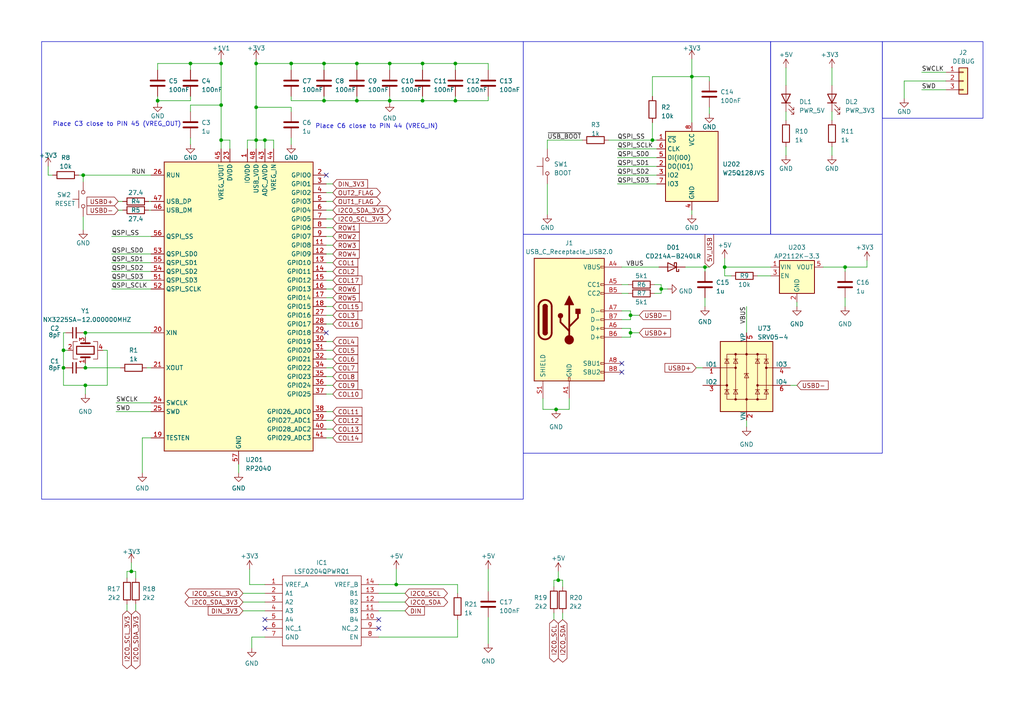
<source format=kicad_sch>
(kicad_sch (version 20230121) (generator eeschema)
  (paper "A4")
  (lib_symbols
    (symbol "Connector:USB_C_Receptacle_USB2.0" (pin_names (offset 1.016))
      (property "Reference" "J" (at -10.16 19.05 0))
      (property "Value" "USB_C_Receptacle_USB2.0" (at 19.05 19.05 0))
      (symbol "USB_C_Receptacle_USB2.0_1_1"
        (pin passive line (at 0 -22.86 90) (length 5.08) (name "GND") (number "A1"))
        (pin passive line (at 0 -22.86 90) (length 5.08) hide (name "GND") (number "A12"))
        (pin passive line (at 15.24 15.24 180) (length 5.08) (name "VBUS") (number "A4"))
        (pin bidirectional line (at 15.24 10.16 180) (length 5.08) (name "CC1") (number "A5"))
        (pin bidirectional line (at 15.24 -2.54 180) (length 5.08) (name "D+") (number "A6"))
        (pin bidirectional line (at 15.24 2.54 180) (length 5.08) (name "D-") (number "A7"))
        (pin bidirectional line (at 15.24 -12.7 180) (length 5.08) (name "SBU1") (number "A8"))
        (pin passive line (at 15.24 15.24 180) (length 5.08) hide (name "VBUS") (number "A9"))
        (pin passive line (at 0 -22.86 90) (length 5.08) hide (name "GND") (number "B1"))
        (pin passive line (at 0 -22.86 90) (length 5.08) hide (name "GND") (number "B12"))
        (pin passive line (at 15.24 15.24 180) (length 5.08) hide (name "VBUS") (number "B4"))
        (pin bidirectional line (at 15.24 7.62 180) (length 5.08) (name "CC2") (number "B5"))
        (pin bidirectional line (at 15.24 -5.08 180) (length 5.08) (name "D+") (number "B6"))
        (pin bidirectional line (at 15.24 0 180) (length 5.08) (name "D-") (number "B7"))
        (pin bidirectional line (at 15.24 -15.24 180) (length 5.08) (name "SBU2") (number "B8"))
        (pin passive line (at 15.24 15.24 180) (length 5.08) hide (name "VBUS") (number "B9"))
        (pin passive line (at -7.62 -22.86 90) (length 5.08) (name "SHIELD") (number "S1"))
      )
    )
    (symbol "Connector_Generic:Conn_01x03" (pin_names (offset 1.016) hide)
      (property "Reference" "J" (at 0 5.08 0))
      (property "Value" "Conn_01x03" (at 0 -5.08 0))
      (symbol "Conn_01x03_1_1"
        (pin passive line (at -5.08 2.54 0) (length 3.81) (name "Pin_1") (number "1"))
        (pin passive line (at -5.08 0 0) (length 3.81) (name "Pin_2") (number "2"))
        (pin passive line (at -5.08 -2.54 0) (length 3.81) (name "Pin_3") (number "3"))
      )
    )
    (symbol "Device:C" (pin_numbers hide) (pin_names (offset 0.254))
      (property "Reference" "C" (at 0.635 2.54 0))
      (property "Value" "C" (at 0.635 -2.54 0))
      (symbol "C_1_1"
        (pin passive line (at 0 3.81 270) (length 2.794) (name "~") (number "1"))
        (pin passive line (at 0 -3.81 90) (length 2.794) (name "~") (number "2"))
      )
    )
    (symbol "Device:C_Small" (pin_numbers hide) (pin_names (offset 0.254) hide)
      (property "Reference" "C" (at 0.254 1.778 0))
      (property "Value" "C_Small" (at 0.254 -2.032 0))
      (symbol "C_Small_1_1"
        (pin passive line (at 0 2.54 270) (length 2.032) (name "~") (number "1"))
        (pin passive line (at 0 -2.54 90) (length 2.032) (name "~") (number "2"))
      )
    )
    (symbol "Device:Crystal_GND24" (pin_names (offset 1.016) hide)
      (property "Reference" "Y" (at 3.175 5.08 0))
      (property "Value" "Crystal_GND24" (at 3.175 3.175 0))
      (symbol "Crystal_GND24_1_1"
        (pin passive line (at -3.81 0 0) (length 1.27) (name "1") (number "1"))
        (pin passive line (at 0 5.08 270) (length 1.27) (name "2") (number "2"))
        (pin passive line (at 3.81 0 180) (length 1.27) (name "3") (number "3"))
        (pin passive line (at 0 -5.08 90) (length 1.27) (name "4") (number "4"))
      )
    )
    (symbol "Device:D_Schottky" (pin_numbers hide) (pin_names (offset 1.016) hide)
      (property "Reference" "D" (at 0 2.54 0))
      (property "Value" "D_Schottky" (at 0 -2.54 0))
      (symbol "D_Schottky_1_1"
        (pin passive line (at -3.81 0 0) (length 2.54) (name "K") (number "1"))
        (pin passive line (at 3.81 0 180) (length 2.54) (name "A") (number "2"))
      )
    )
    (symbol "Device:LED" (pin_numbers hide) (pin_names (offset 1.016) hide)
      (property "Reference" "D" (at 0 2.54 0))
      (property "Value" "LED" (at 0 -2.54 0))
      (symbol "LED_1_1"
        (pin passive line (at -3.81 0 0) (length 2.54) (name "K") (number "1"))
        (pin passive line (at 3.81 0 180) (length 2.54) (name "A") (number "2"))
      )
    )
    (symbol "Device:R" (pin_numbers hide) (pin_names (offset 0))
      (property "Reference" "R" (at 2.032 0 90))
      (property "Value" "R" (at 0 0 90))
      (symbol "R_1_1"
        (pin passive line (at 0 3.81 270) (length 1.27) (name "~") (number "1"))
        (pin passive line (at 0 -3.81 90) (length 1.27) (name "~") (number "2"))
      )
    )
    (symbol "MCU_RaspberryPi:RP2040"
      (property "Reference" "U" (at 17.78 45.72 0))
      (property "Value" "RP2040" (at 17.78 43.18 0))
      (symbol "RP2040_1_1"
        (pin power_in line (at 2.54 45.72 270) (length 3.81) (name "IOVDD") (number "1"))
        (pin passive line (at 2.54 45.72 270) (length 3.81) hide (name "IOVDD") (number "10"))
        (pin bidirectional line (at 25.4 17.78 180) (length 3.81) (name "GPIO8") (number "11"))
        (pin bidirectional line (at 25.4 15.24 180) (length 3.81) (name "GPIO9") (number "12"))
        (pin bidirectional line (at 25.4 12.7 180) (length 3.81) (name "GPIO10") (number "13"))
        (pin bidirectional line (at 25.4 10.16 180) (length 3.81) (name "GPIO11") (number "14"))
        (pin bidirectional line (at 25.4 7.62 180) (length 3.81) (name "GPIO12") (number "15"))
        (pin bidirectional line (at 25.4 5.08 180) (length 3.81) (name "GPIO13") (number "16"))
        (pin bidirectional line (at 25.4 2.54 180) (length 3.81) (name "GPIO14") (number "17"))
        (pin bidirectional line (at 25.4 0 180) (length 3.81) (name "GPIO15") (number "18"))
        (pin input line (at -25.4 -38.1 0) (length 3.81) (name "TESTEN") (number "19"))
        (pin bidirectional line (at 25.4 38.1 180) (length 3.81) (name "GPIO0") (number "2"))
        (pin input line (at -25.4 -7.62 0) (length 3.81) (name "XIN") (number "20"))
        (pin passive line (at -25.4 -17.78 0) (length 3.81) (name "XOUT") (number "21"))
        (pin passive line (at 2.54 45.72 270) (length 3.81) hide (name "IOVDD") (number "22"))
        (pin power_in line (at -2.54 45.72 270) (length 3.81) (name "DVDD") (number "23"))
        (pin input line (at -25.4 -27.94 0) (length 3.81) (name "SWCLK") (number "24"))
        (pin bidirectional line (at -25.4 -30.48 0) (length 3.81) (name "SWD") (number "25"))
        (pin input line (at -25.4 38.1 0) (length 3.81) (name "RUN") (number "26"))
        (pin bidirectional line (at 25.4 -2.54 180) (length 3.81) (name "GPIO16") (number "27"))
        (pin bidirectional line (at 25.4 -5.08 180) (length 3.81) (name "GPIO17") (number "28"))
        (pin bidirectional line (at 25.4 -7.62 180) (length 3.81) (name "GPIO18") (number "29"))
        (pin bidirectional line (at 25.4 35.56 180) (length 3.81) (name "GPIO1") (number "3"))
        (pin bidirectional line (at 25.4 -10.16 180) (length 3.81) (name "GPIO19") (number "30"))
        (pin bidirectional line (at 25.4 -12.7 180) (length 3.81) (name "GPIO20") (number "31"))
        (pin bidirectional line (at 25.4 -15.24 180) (length 3.81) (name "GPIO21") (number "32"))
        (pin passive line (at 2.54 45.72 270) (length 3.81) hide (name "IOVDD") (number "33"))
        (pin bidirectional line (at 25.4 -17.78 180) (length 3.81) (name "GPIO22") (number "34"))
        (pin bidirectional line (at 25.4 -20.32 180) (length 3.81) (name "GPIO23") (number "35"))
        (pin bidirectional line (at 25.4 -22.86 180) (length 3.81) (name "GPIO24") (number "36"))
        (pin bidirectional line (at 25.4 -25.4 180) (length 3.81) (name "GPIO25") (number "37"))
        (pin bidirectional line (at 25.4 -30.48 180) (length 3.81) (name "GPIO26_ADC0") (number "38"))
        (pin bidirectional line (at 25.4 -33.02 180) (length 3.81) (name "GPIO27_ADC1") (number "39"))
        (pin bidirectional line (at 25.4 33.02 180) (length 3.81) (name "GPIO2") (number "4"))
        (pin bidirectional line (at 25.4 -35.56 180) (length 3.81) (name "GPIO28_ADC2") (number "40"))
        (pin bidirectional line (at 25.4 -38.1 180) (length 3.81) (name "GPIO29_ADC3") (number "41"))
        (pin passive line (at 2.54 45.72 270) (length 3.81) hide (name "IOVDD") (number "42"))
        (pin power_in line (at 7.62 45.72 270) (length 3.81) (name "ADC_AVDD") (number "43"))
        (pin power_in line (at 10.16 45.72 270) (length 3.81) (name "VREG_IN") (number "44"))
        (pin power_out line (at -5.08 45.72 270) (length 3.81) (name "VREG_VOUT") (number "45"))
        (pin bidirectional line (at -25.4 27.94 0) (length 3.81) (name "USB_DM") (number "46"))
        (pin bidirectional line (at -25.4 30.48 0) (length 3.81) (name "USB_DP") (number "47"))
        (pin power_in line (at 5.08 45.72 270) (length 3.81) (name "USB_VDD") (number "48"))
        (pin passive line (at 2.54 45.72 270) (length 3.81) hide (name "IOVDD") (number "49"))
        (pin bidirectional line (at 25.4 30.48 180) (length 3.81) (name "GPIO3") (number "5"))
        (pin passive line (at -2.54 45.72 270) (length 3.81) hide (name "DVDD") (number "50"))
        (pin bidirectional line (at -25.4 7.62 0) (length 3.81) (name "QSPI_SD3") (number "51"))
        (pin output line (at -25.4 5.08 0) (length 3.81) (name "QSPI_SCLK") (number "52"))
        (pin bidirectional line (at -25.4 15.24 0) (length 3.81) (name "QSPI_SD0") (number "53"))
        (pin bidirectional line (at -25.4 10.16 0) (length 3.81) (name "QSPI_SD2") (number "54"))
        (pin bidirectional line (at -25.4 12.7 0) (length 3.81) (name "QSPI_SD1") (number "55"))
        (pin bidirectional line (at -25.4 20.32 0) (length 3.81) (name "QSPI_SS") (number "56"))
        (pin power_in line (at 0 -45.72 90) (length 3.81) (name "GND") (number "57"))
        (pin bidirectional line (at 25.4 27.94 180) (length 3.81) (name "GPIO4") (number "6"))
        (pin bidirectional line (at 25.4 25.4 180) (length 3.81) (name "GPIO5") (number "7"))
        (pin bidirectional line (at 25.4 22.86 180) (length 3.81) (name "GPIO6") (number "8"))
        (pin bidirectional line (at 25.4 20.32 180) (length 3.81) (name "GPIO7") (number "9"))
      )
    )
    (symbol "Memory_Flash:W25Q128JVS"
      (property "Reference" "U" (at -8.89 8.89 0))
      (property "Value" "W25Q128JVS" (at 7.62 8.89 0))
      (symbol "W25Q128JVS_1_1"
        (pin input line (at -10.16 7.62 0) (length 2.54) (name "~{CS}") (number "1"))
        (pin bidirectional line (at -10.16 0 0) (length 2.54) (name "DO(IO1)") (number "2"))
        (pin bidirectional line (at -10.16 -2.54 0) (length 2.54) (name "IO2") (number "3"))
        (pin power_in line (at 0 -12.7 90) (length 2.54) (name "GND") (number "4"))
        (pin bidirectional line (at -10.16 2.54 0) (length 2.54) (name "DI(IO0)") (number "5"))
        (pin input line (at -10.16 5.08 0) (length 2.54) (name "CLK") (number "6"))
        (pin bidirectional line (at -10.16 -5.08 0) (length 2.54) (name "IO3") (number "7"))
        (pin power_in line (at 0 12.7 270) (length 2.54) (name "VCC") (number "8"))
      )
    )
    (symbol "Power_Protection:SRV05-4" (pin_names (offset 0))
      (property "Reference" "U" (at -5.08 11.43 0))
      (property "Value" "SRV05-4" (at 2.54 11.43 0))
      (symbol "SRV05-4_1_1"
        (pin passive line (at -12.7 2.54 0) (length 5.08) (name "IO1") (number "1"))
        (pin passive line (at 0 -12.7 90) (length 2.54) (name "VN") (number "2"))
        (pin passive line (at -12.7 -2.54 0) (length 5.08) (name "IO2") (number "3"))
        (pin passive line (at 12.7 2.54 180) (length 5.08) (name "IO3") (number "4"))
        (pin passive line (at 0 12.7 270) (length 2.54) (name "VP") (number "5"))
        (pin passive line (at 12.7 -2.54 180) (length 5.08) (name "IO4") (number "6"))
      )
    )
    (symbol "Regulator_Linear:AP2112K-3.3" (pin_names (offset 0.254))
      (property "Reference" "U" (at -5.08 5.715 0))
      (property "Value" "AP2112K-3.3" (at 0 5.715 0))
      (symbol "AP2112K-3.3_1_1"
        (pin power_in line (at -7.62 2.54 0) (length 2.54) (name "VIN") (number "1"))
        (pin power_in line (at 0 -7.62 90) (length 2.54) (name "GND") (number "2"))
        (pin input line (at -7.62 0 0) (length 2.54) (name "EN") (number "3"))
        (pin no_connect line (at 5.08 0 180) (length 2.54) hide (name "NC") (number "4"))
        (pin power_out line (at 7.62 2.54 180) (length 2.54) (name "VOUT") (number "5"))
      )
    )
    (symbol "SamacSys_Parts:LSF0204QPWRQ1" (pin_names (offset 0.762))
      (property "Reference" "IC" (at 29.21 7.62 0))
      (property "Value" "LSF0204QPWRQ1" (at 29.21 5.08 0))
      (symbol "LSF0204QPWRQ1_0_0"
        (pin passive line (at 0 0 0) (length 5.08) (name "VREF_A") (number "1"))
        (pin passive line (at 33.02 -10.16 180) (length 5.08) (name "B4") (number "10"))
        (pin passive line (at 33.02 -7.62 180) (length 5.08) (name "B3") (number "11"))
        (pin passive line (at 33.02 -5.08 180) (length 5.08) (name "B2") (number "12"))
        (pin passive line (at 33.02 -2.54 180) (length 5.08) (name "B1") (number "13"))
        (pin passive line (at 33.02 0 180) (length 5.08) (name "VREF_B") (number "14"))
        (pin passive line (at 0 -2.54 0) (length 5.08) (name "A1") (number "2"))
        (pin passive line (at 0 -5.08 0) (length 5.08) (name "A2") (number "3"))
        (pin passive line (at 0 -7.62 0) (length 5.08) (name "A3") (number "4"))
        (pin passive line (at 0 -10.16 0) (length 5.08) (name "A4") (number "5"))
        (pin passive line (at 0 -12.7 0) (length 5.08) (name "NC_1") (number "6"))
        (pin passive line (at 0 -15.24 0) (length 5.08) (name "GND") (number "7"))
        (pin passive line (at 33.02 -15.24 180) (length 5.08) (name "EN") (number "8"))
        (pin passive line (at 33.02 -12.7 180) (length 5.08) (name "NC_2") (number "9"))
      )
    )
    (symbol "Switch:SW_Push" (pin_numbers hide) (pin_names (offset 1.016) hide)
      (property "Reference" "SW" (at 1.27 2.54 0))
      (property "Value" "SW_Push" (at 0 -1.524 0))
      (symbol "SW_Push_0_1"
        (pin passive line (at -5.08 0 0) (length 2.54) (name "1") (number "1"))
        (pin passive line (at 5.08 0 180) (length 2.54) (name "2") (number "2"))
      )
    )
    (symbol "power:+1V1" (power) (pin_names (offset 0))
      (property "Value" "+1V1" (at 0 3.556 0))
      (symbol "+1V1_1_1"
        (pin power_in line (at 0 0 90) (length 0) hide (name "+1V1") (number "1"))
      )
    )
    (symbol "power:+3V3" (power) (pin_names (offset 0))
      (property "Value" "+3V3" (at 0 3.556 0))
      (symbol "+3V3_1_1"
        (pin power_in line (at 0 0 90) (length 0) hide (name "+3V3") (number "1"))
      )
    )
    (symbol "power:+5V" (power) (pin_names (offset 0))
      (property "Value" "+5V" (at 0 3.556 0))
      (symbol "+5V_1_1"
        (pin power_in line (at 0 0 90) (length 0) hide (name "+5V") (number "1"))
      )
    )
    (symbol "power:GND" (power) (pin_names (offset 0))
      (property "Value" "GND" (at 0 -3.81 0))
      (symbol "GND_1_1"
        (pin power_in line (at 0 0 270) (length 0) hide (name "GND") (number "1"))
      )
    )
  )
  (junction (at 64.135 30.48))
  (junction (at 204.47 77.47))
  (junction (at 93.98 29.21))
  (junction (at 18.415 101.6))
  (junction (at 84.455 18.415))
  (junction (at 38.1 165.735))
  (junction (at 24.765 106.68))
  (junction (at 189.23 40.64))
  (junction (at 24.13 50.8))
  (junction (at 182.88 96.52))
  (junction (at 113.03 18.415))
  (junction (at 122.555 18.415))
  (junction (at 161.29 118.745))
  (junction (at 18.415 106.68))
  (junction (at 24.765 96.52))
  (junction (at 200.66 22.225))
  (junction (at 74.295 18.415))
  (junction (at 161.925 168.275))
  (junction (at 76.835 40.64))
  (junction (at 103.505 29.21))
  (junction (at 45.72 29.21))
  (junction (at 132.08 29.21))
  (junction (at 93.98 18.415))
  (junction (at 55.245 18.415))
  (junction (at 182.88 91.44))
  (junction (at 64.135 40.64))
  (junction (at 210.185 77.47))
  (junction (at 114.935 169.545))
  (junction (at 74.295 40.64))
  (junction (at 132.08 18.415))
  (junction (at 103.505 18.415))
  (junction (at 191.77 83.82))
  (junction (at 64.135 18.415))
  (junction (at 74.295 31.115))
  (junction (at 24.765 111.76))
  (junction (at 122.555 29.21))
  (junction (at 113.03 29.21))
  (junction (at 245.11 77.47))
  (no_connect (at 94.615 50.8))
  (no_connect (at 180.34 105.41))
  (no_connect (at 180.34 107.95))
  (no_connect (at 94.615 96.52))
  (no_connect (at 76.835 182.245))
  (no_connect (at 109.855 179.705))
  (no_connect (at 76.835 179.705))
  (no_connect (at 109.855 182.245))
  (wire (pts (xy 103.505 18.415) (xy 103.505 20.32)))
  (wire (pts (xy 109.855 184.785) (xy 132.715 184.785)))
  (wire (pts (xy 180.34 77.47) (xy 191.135 77.47)))
  (wire (pts (xy 29.845 101.6) (xy 31.115 101.6)))
  (wire (pts (xy 189.865 85.09) (xy 191.77 85.09)))
  (wire (pts (xy 132.08 18.415) (xy 132.08 20.32)))
  (wire (pts (xy 42.545 106.68) (xy 43.815 106.68)))
  (wire (pts (xy 241.3 19.685) (xy 241.3 24.765)))
  (wire (pts (xy 157.48 115.57) (xy 157.48 118.745)))
  (wire (pts (xy 163.195 168.275) (xy 161.925 168.275)))
  (wire (pts (xy 245.11 77.47) (xy 245.11 78.74)))
  (wire (pts (xy 33.655 116.84) (xy 43.815 116.84)))
  (wire (pts (xy 36.83 165.735) (xy 38.1 165.735)))
  (wire (pts (xy 19.685 101.6) (xy 18.415 101.6)))
  (wire (pts (xy 55.245 40.005) (xy 55.245 41.91)))
  (wire (pts (xy 94.615 73.66) (xy 96.52 73.66)))
  (wire (pts (xy 69.215 137.16) (xy 69.215 134.62)))
  (wire (pts (xy 182.88 96.52) (xy 185.42 96.52)))
  (wire (pts (xy 201.93 106.68) (xy 203.835 106.68)))
  (wire (pts (xy 84.455 31.115) (xy 74.295 31.115)))
  (wire (pts (xy 113.03 18.415) (xy 113.03 20.32)))
  (wire (pts (xy 205.74 22.225) (xy 200.66 22.225)))
  (wire (pts (xy 74.295 18.415) (xy 74.295 31.115)))
  (wire (pts (xy 31.115 111.76) (xy 24.765 111.76)))
  (wire (pts (xy 160.655 177.8) (xy 160.655 179.705)))
  (wire (pts (xy 182.88 90.17) (xy 180.34 90.17)))
  (wire (pts (xy 94.615 109.22) (xy 96.52 109.22)))
  (wire (pts (xy 24.13 50.8) (xy 43.815 50.8)))
  (wire (pts (xy 19.05 96.52) (xy 18.415 96.52)))
  (wire (pts (xy 94.615 104.14) (xy 96.52 104.14)))
  (wire (pts (xy 66.675 40.64) (xy 66.675 43.18)))
  (wire (pts (xy 84.455 29.21) (xy 93.98 29.21)))
  (wire (pts (xy 45.72 29.21) (xy 55.245 29.21)))
  (wire (pts (xy 227.965 42.545) (xy 227.965 45.085)))
  (wire (pts (xy 76.835 169.545) (xy 72.39 169.545)))
  (wire (pts (xy 182.88 92.71) (xy 182.88 91.44)))
  (wire (pts (xy 39.37 165.735) (xy 38.1 165.735)))
  (wire (pts (xy 113.03 29.21) (xy 122.555 29.21)))
  (wire (pts (xy 93.98 18.415) (xy 93.98 20.32)))
  (wire (pts (xy 43.18 60.96) (xy 43.815 60.96)))
  (wire (pts (xy 94.615 127) (xy 96.52 127)))
  (wire (pts (xy 43.18 58.42) (xy 43.815 58.42)))
  (wire (pts (xy 74.295 31.115) (xy 74.295 40.64)))
  (wire (pts (xy 32.385 83.82) (xy 43.815 83.82)))
  (wire (pts (xy 210.185 80.01) (xy 210.185 77.47)))
  (wire (pts (xy 34.29 58.42) (xy 35.56 58.42)))
  (wire (pts (xy 93.98 18.415) (xy 103.505 18.415)))
  (wire (pts (xy 158.75 53.34) (xy 158.75 62.23)))
  (wire (pts (xy 15.24 50.8) (xy 13.97 50.8)))
  (wire (pts (xy 231.14 87.63) (xy 231.14 88.9)))
  (wire (pts (xy 64.135 30.48) (xy 64.135 40.64)))
  (wire (pts (xy 94.615 124.46) (xy 96.52 124.46)))
  (wire (pts (xy 73.025 184.785) (xy 73.025 187.96)))
  (wire (pts (xy 189.23 27.94) (xy 189.23 22.225)))
  (wire (pts (xy 64.135 40.64) (xy 66.675 40.64)))
  (wire (pts (xy 94.615 106.68) (xy 96.52 106.68)))
  (wire (pts (xy 24.765 111.76) (xy 24.765 114.3)))
  (wire (pts (xy 163.195 170.18) (xy 163.195 168.275)))
  (wire (pts (xy 84.455 18.415) (xy 93.98 18.415)))
  (wire (pts (xy 132.715 169.545) (xy 114.935 169.545)))
  (wire (pts (xy 39.37 167.64) (xy 39.37 165.735)))
  (wire (pts (xy 109.855 174.625) (xy 117.475 174.625)))
  (wire (pts (xy 179.07 50.8) (xy 190.5 50.8)))
  (wire (pts (xy 160.655 168.275) (xy 161.925 168.275)))
  (wire (pts (xy 79.375 40.64) (xy 76.835 40.64)))
  (wire (pts (xy 200.66 22.225) (xy 200.66 35.56)))
  (wire (pts (xy 94.615 93.98) (xy 96.52 93.98)))
  (wire (pts (xy 114.935 165.1) (xy 114.935 169.545)))
  (wire (pts (xy 132.715 172.085) (xy 132.715 169.545)))
  (wire (pts (xy 122.555 18.415) (xy 122.555 20.32)))
  (wire (pts (xy 189.23 40.64) (xy 190.5 40.64)))
  (wire (pts (xy 39.37 175.26) (xy 39.37 177.165)))
  (wire (pts (xy 103.505 29.21) (xy 103.505 27.94)))
  (wire (pts (xy 245.11 86.36) (xy 245.11 88.9)))
  (wire (pts (xy 117.475 177.165) (xy 109.855 177.165)))
  (wire (pts (xy 180.34 92.71) (xy 182.88 92.71)))
  (wire (pts (xy 227.965 19.685) (xy 227.965 24.765)))
  (wire (pts (xy 231.14 111.76) (xy 229.235 111.76)))
  (wire (pts (xy 113.03 29.21) (xy 113.03 27.94)))
  (wire (pts (xy 241.3 42.545) (xy 241.3 45.085)))
  (wire (pts (xy 74.295 17.145) (xy 74.295 18.415)))
  (wire (pts (xy 189.23 35.56) (xy 189.23 40.64)))
  (wire (pts (xy 212.09 80.01) (xy 210.185 80.01)))
  (wire (pts (xy 18.415 106.68) (xy 19.05 106.68)))
  (wire (pts (xy 24.765 106.68) (xy 24.765 105.41)))
  (wire (pts (xy 94.615 66.04) (xy 96.52 66.04)))
  (wire (pts (xy 94.615 55.88) (xy 96.52 55.88)))
  (wire (pts (xy 191.77 83.82) (xy 193.675 83.82)))
  (wire (pts (xy 113.03 18.415) (xy 122.555 18.415)))
  (wire (pts (xy 24.13 50.8) (xy 24.13 52.705)))
  (wire (pts (xy 157.48 118.745) (xy 161.29 118.745)))
  (wire (pts (xy 18.415 96.52) (xy 18.415 101.6)))
  (wire (pts (xy 94.615 88.9) (xy 96.52 88.9)))
  (wire (pts (xy 179.07 48.26) (xy 190.5 48.26)))
  (wire (pts (xy 36.83 167.64) (xy 36.83 165.735)))
  (wire (pts (xy 64.135 17.145) (xy 64.135 18.415)))
  (wire (pts (xy 94.615 78.74) (xy 96.52 78.74)))
  (wire (pts (xy 64.135 18.415) (xy 55.245 18.415)))
  (wire (pts (xy 179.07 45.72) (xy 190.5 45.72)))
  (wire (pts (xy 32.385 78.74) (xy 43.815 78.74)))
  (wire (pts (xy 84.455 40.005) (xy 84.455 41.91)))
  (wire (pts (xy 163.195 177.8) (xy 163.195 179.705)))
  (wire (pts (xy 158.75 40.64) (xy 168.91 40.64)))
  (wire (pts (xy 180.34 97.79) (xy 182.88 97.79)))
  (wire (pts (xy 200.66 60.96) (xy 200.66 62.23)))
  (wire (pts (xy 94.615 63.5) (xy 96.52 63.5)))
  (wire (pts (xy 251.46 77.47) (xy 245.11 77.47)))
  (wire (pts (xy 18.415 101.6) (xy 18.415 106.68)))
  (wire (pts (xy 274.32 23.495) (xy 262.255 23.495)))
  (wire (pts (xy 41.275 127) (xy 41.275 137.16)))
  (wire (pts (xy 96.52 53.34) (xy 94.615 53.34)))
  (wire (pts (xy 55.245 32.385) (xy 55.245 30.48)))
  (wire (pts (xy 182.245 85.09) (xy 180.34 85.09)))
  (wire (pts (xy 34.29 60.96) (xy 35.56 60.96)))
  (wire (pts (xy 13.97 50.8) (xy 13.97 48.26)))
  (wire (pts (xy 204.47 86.36) (xy 204.47 88.9)))
  (wire (pts (xy 262.255 23.495) (xy 262.255 28.575)))
  (wire (pts (xy 32.385 76.2) (xy 43.815 76.2)))
  (wire (pts (xy 70.485 177.165) (xy 76.835 177.165)))
  (wire (pts (xy 158.75 43.18) (xy 158.75 40.64)))
  (wire (pts (xy 113.03 29.21) (xy 113.03 29.845)))
  (wire (pts (xy 45.72 18.415) (xy 55.245 18.415)))
  (wire (pts (xy 122.555 18.415) (xy 132.08 18.415)))
  (wire (pts (xy 24.13 106.68) (xy 24.765 106.68)))
  (wire (pts (xy 34.925 106.68) (xy 24.765 106.68)))
  (wire (pts (xy 55.245 30.48) (xy 64.135 30.48)))
  (wire (pts (xy 109.855 172.085) (xy 117.475 172.085)))
  (wire (pts (xy 76.835 40.64) (xy 74.295 40.64)))
  (wire (pts (xy 64.135 43.18) (xy 64.135 40.64)))
  (wire (pts (xy 141.605 29.21) (xy 141.605 27.94)))
  (wire (pts (xy 24.765 96.52) (xy 43.815 96.52)))
  (wire (pts (xy 33.655 119.38) (xy 43.815 119.38)))
  (wire (pts (xy 94.615 83.82) (xy 96.52 83.82)))
  (wire (pts (xy 43.815 127) (xy 41.275 127)))
  (wire (pts (xy 251.46 75.565) (xy 251.46 77.47)))
  (wire (pts (xy 191.77 85.09) (xy 191.77 83.82)))
  (wire (pts (xy 210.185 77.47) (xy 223.52 77.47)))
  (wire (pts (xy 24.13 96.52) (xy 24.765 96.52)))
  (wire (pts (xy 31.115 101.6) (xy 31.115 111.76)))
  (wire (pts (xy 227.965 32.385) (xy 227.965 34.925)))
  (wire (pts (xy 79.375 43.18) (xy 79.375 40.64)))
  (wire (pts (xy 71.755 43.18) (xy 71.755 40.64)))
  (wire (pts (xy 76.835 43.18) (xy 76.835 40.64)))
  (wire (pts (xy 210.185 74.93) (xy 210.185 77.47)))
  (wire (pts (xy 24.13 62.865) (xy 24.13 66.675)))
  (wire (pts (xy 94.615 86.36) (xy 96.52 86.36)))
  (wire (pts (xy 238.76 77.47) (xy 245.11 77.47)))
  (wire (pts (xy 132.08 18.415) (xy 141.605 18.415)))
  (wire (pts (xy 179.07 43.18) (xy 190.5 43.18)))
  (wire (pts (xy 103.505 29.21) (xy 113.03 29.21)))
  (wire (pts (xy 204.47 77.47) (xy 204.47 78.74)))
  (wire (pts (xy 122.555 29.21) (xy 132.08 29.21)))
  (wire (pts (xy 76.835 184.785) (xy 73.025 184.785)))
  (wire (pts (xy 45.72 20.32) (xy 45.72 18.415)))
  (wire (pts (xy 84.455 18.415) (xy 84.455 20.32)))
  (wire (pts (xy 94.615 121.92) (xy 96.52 121.92)))
  (wire (pts (xy 36.83 175.26) (xy 36.83 177.165)))
  (wire (pts (xy 70.485 174.625) (xy 76.835 174.625)))
  (wire (pts (xy 93.98 29.21) (xy 103.505 29.21)))
  (wire (pts (xy 216.535 88.9) (xy 216.535 96.52)))
  (wire (pts (xy 191.77 82.55) (xy 191.77 83.82)))
  (wire (pts (xy 141.605 179.07) (xy 141.605 186.69)))
  (wire (pts (xy 241.3 32.385) (xy 241.3 34.925)))
  (wire (pts (xy 64.135 18.415) (xy 64.135 30.48)))
  (wire (pts (xy 45.72 29.21) (xy 45.72 29.845)))
  (wire (pts (xy 132.08 29.21) (xy 132.08 27.94)))
  (wire (pts (xy 182.88 95.25) (xy 180.34 95.25)))
  (wire (pts (xy 109.855 169.545) (xy 114.935 169.545)))
  (wire (pts (xy 182.245 82.55) (xy 180.34 82.55)))
  (wire (pts (xy 267.335 20.955) (xy 274.32 20.955)))
  (wire (pts (xy 267.335 26.035) (xy 274.32 26.035)))
  (wire (pts (xy 182.88 97.79) (xy 182.88 96.52)))
  (wire (pts (xy 32.385 73.66) (xy 43.815 73.66)))
  (wire (pts (xy 94.615 76.2) (xy 96.52 76.2)))
  (wire (pts (xy 55.245 27.94) (xy 55.245 29.21)))
  (wire (pts (xy 94.615 68.58) (xy 96.52 68.58)))
  (wire (pts (xy 205.74 23.495) (xy 205.74 22.225)))
  (wire (pts (xy 22.86 50.8) (xy 24.13 50.8)))
  (wire (pts (xy 45.72 27.94) (xy 45.72 29.21)))
  (wire (pts (xy 200.66 17.145) (xy 200.66 22.225)))
  (wire (pts (xy 103.505 18.415) (xy 113.03 18.415)))
  (wire (pts (xy 216.535 121.92) (xy 216.535 123.825)))
  (wire (pts (xy 198.755 77.47) (xy 204.47 77.47)))
  (wire (pts (xy 38.1 165.735) (xy 38.1 163.195)))
  (wire (pts (xy 189.23 22.225) (xy 200.66 22.225)))
  (wire (pts (xy 94.615 60.96) (xy 96.52 60.96)))
  (wire (pts (xy 55.245 20.32) (xy 55.245 18.415)))
  (wire (pts (xy 94.615 101.6) (xy 96.52 101.6)))
  (wire (pts (xy 165.1 115.57) (xy 165.1 118.745)))
  (wire (pts (xy 141.605 165.1) (xy 141.605 171.45)))
  (wire (pts (xy 71.755 40.64) (xy 74.295 40.64)))
  (wire (pts (xy 161.925 168.275) (xy 161.925 165.735)))
  (wire (pts (xy 219.71 80.01) (xy 223.52 80.01)))
  (wire (pts (xy 182.88 96.52) (xy 182.88 95.25)))
  (wire (pts (xy 84.455 29.21) (xy 84.455 27.94)))
  (wire (pts (xy 205.74 31.115) (xy 205.74 33.02)))
  (wire (pts (xy 74.295 18.415) (xy 84.455 18.415)))
  (wire (pts (xy 94.615 114.3) (xy 96.52 114.3)))
  (wire (pts (xy 72.39 169.545) (xy 72.39 165.1)))
  (wire (pts (xy 176.53 40.64) (xy 189.23 40.64)))
  (wire (pts (xy 94.615 71.12) (xy 96.52 71.12)))
  (wire (pts (xy 182.88 91.44) (xy 185.42 91.44)))
  (wire (pts (xy 70.485 172.085) (xy 76.835 172.085)))
  (wire (pts (xy 141.605 18.415) (xy 141.605 20.32)))
  (wire (pts (xy 94.615 81.28) (xy 96.52 81.28)))
  (wire (pts (xy 94.615 119.38) (xy 96.52 119.38)))
  (wire (pts (xy 93.98 29.21) (xy 93.98 27.94)))
  (wire (pts (xy 132.715 184.785) (xy 132.715 179.705)))
  (wire (pts (xy 160.655 170.18) (xy 160.655 168.275)))
  (wire (pts (xy 94.615 99.06) (xy 96.52 99.06)))
  (wire (pts (xy 182.88 91.44) (xy 182.88 90.17)))
  (wire (pts (xy 204.47 77.47) (xy 205.74 77.47)))
  (wire (pts (xy 18.415 106.68) (xy 18.415 111.76)))
  (wire (pts (xy 94.615 111.76) (xy 96.52 111.76)))
  (wire (pts (xy 189.865 82.55) (xy 191.77 82.55)))
  (wire (pts (xy 96.52 58.42) (xy 94.615 58.42)))
  (wire (pts (xy 74.295 40.64) (xy 74.295 43.18)))
  (wire (pts (xy 165.1 118.745) (xy 161.29 118.745)))
  (wire (pts (xy 32.385 81.28) (xy 43.815 81.28)))
  (wire (pts (xy 18.415 111.76) (xy 24.765 111.76)))
  (wire (pts (xy 24.765 97.79) (xy 24.765 96.52)))
  (wire (pts (xy 122.555 27.94) (xy 122.555 29.21)))
  (wire (pts (xy 94.615 91.44) (xy 96.52 91.44)))
  (wire (pts (xy 179.07 53.34) (xy 190.5 53.34)))
  (wire (pts (xy 84.455 32.385) (xy 84.455 31.115)))
  (wire (pts (xy 132.08 29.21) (xy 141.605 29.21)))
  (wire (pts (xy 32.385 68.58) (xy 43.815 68.58)))
  (rectangle (start 12.065 12.065) (end 151.765 144.78))
  (rectangle (start 255.905 12.065) (end 285.115 34.29))
  (rectangle (start 223.52 12.065) (end 255.905 67.945))
  (rectangle (start 151.765 67.945) (end 255.905 131.445))
  (rectangle (start 151.765 12.065) (end 223.52 67.945))
  (text "Place C6 close to PIN 44 (VREG_IN)" (at 91.44 37.465 0) (effects (font (size 1.27 1.27)) (justify left bottom)))
  (text "Place C3 close to PIN 45 (VREG_OUT)" (at 15.24 36.83 0) (effects (font (size 1.27 1.27)) (justify left bottom)))
  (label "QSPI_SCLK" (at 179.07 43.18 0))
  (label "VBUS" (at 216.535 93.98 90))
  (label "VBUS" (at 181.61 77.47 0))
  (label "SWD" (at 267.335 26.035 0))
  (label "QSPI_SD3" (at 179.07 53.34 0))
  (label "QSPI_SD1" (at 32.385 76.2 0))
  (label "QSPI_SD2" (at 32.385 78.74 0))
  (label "QSPI_SD0" (at 179.07 45.72 0))
  (label "QSPI_SD3" (at 32.385 81.28 0))
  (label "QSPI_SS" (at 179.07 40.64 0))
  (label "~{USB_BOOT}" (at 158.75 40.64 0))
  (label "QSPI_SD0" (at 32.385 73.66 0))
  (label "QSPI_SS" (at 32.385 68.58 0))
  (label "QSPI_SD1" (at 179.07 48.26 0))
  (label "SWD" (at 33.655 119.38 0))
  (label "SWCLK" (at 33.655 116.84 0))
  (label "QSPI_SD2" (at 179.07 50.8 0))
  (label "RUN" (at 38.1 50.8 0))
  (label "QSPI_SCLK" (at 32.385 83.82 0))
  (label "SWCLK" (at 267.335 20.955 0))
  (global_label "DIN_3V3" (shape input) (at 96.52 53.34 0) (property "Intersheetrefs" "${INTERSHEET_REFS}" (effects hide)))
  (global_label "OUT2_FLAG" (shape bidirectional) (at 96.52 55.88 0) (property "Intersheetrefs" "${INTERSHEET_REFS}" (effects hide)))
  (global_label "ROW5" (shape input) (at 96.52 86.36 0) (property "Intersheetrefs" "${INTERSHEET_REFS}" (effects hide)))
  (global_label "COL12" (shape input) (at 96.52 121.92 0) (property "Intersheetrefs" "${INTERSHEET_REFS}" (effects hide)))
  (global_label "COL1" (shape input) (at 96.52 76.2 0) (property "Intersheetrefs" "${INTERSHEET_REFS}" (effects hide)))
  (global_label "I2C0_SCL" (shape bidirectional) (at 117.475 172.085 0) (property "Intersheetrefs" "${INTERSHEET_REFS}" (effects hide)))
  (global_label "COL6" (shape input) (at 96.52 104.14 0) (property "Intersheetrefs" "${INTERSHEET_REFS}" (effects hide)))
  (global_label "COL9" (shape input) (at 96.52 111.76 0) (property "Intersheetrefs" "${INTERSHEET_REFS}" (effects hide)))
  (global_label "DIN" (shape input) (at 117.475 177.165 0) (property "Intersheetrefs" "${INTERSHEET_REFS}" (effects hide)))
  (global_label "COL13" (shape input) (at 96.52 124.46 0) (property "Intersheetrefs" "${INTERSHEET_REFS}" (effects hide)))
  (global_label "ROW4" (shape input) (at 96.52 73.66 0) (property "Intersheetrefs" "${INTERSHEET_REFS}" (effects hide)))
  (global_label "USBD+" (shape input) (at 34.29 58.42 180) (property "Intersheetrefs" "${INTERSHEET_REFS}" (effects hide)) (property "Netclass" "USB90" (effects hide)))
  (global_label "USBD-" (shape input) (at 34.29 60.96 180) (property "Intersheetrefs" "${INTERSHEET_REFS}" (effects hide)) (property "Netclass" "USB90" (effects hide)))
  (global_label "COL2" (shape input) (at 96.52 78.74 0) (property "Intersheetrefs" "${INTERSHEET_REFS}" (effects hide)))
  (global_label "COL10" (shape input) (at 96.52 114.3 0) (property "Intersheetrefs" "${INTERSHEET_REFS}" (effects hide)))
  (global_label "COL16" (shape input) (at 96.52 93.98 0) (property "Intersheetrefs" "${INTERSHEET_REFS}" (effects hide)))
  (global_label "COL4" (shape input) (at 96.52 99.06 0) (property "Intersheetrefs" "${INTERSHEET_REFS}" (effects hide)))
  (global_label "COL15" (shape input) (at 96.52 88.9 0) (property "Intersheetrefs" "${INTERSHEET_REFS}" (effects hide)))
  (global_label "I2C0_SDA" (shape bidirectional) (at 163.195 179.705 270) (property "Intersheetrefs" "${INTERSHEET_REFS}" (effects hide)))
  (global_label "ROW1" (shape input) (at 96.52 66.04 0) (property "Intersheetrefs" "${INTERSHEET_REFS}" (effects hide)))
  (global_label "COL17" (shape input) (at 96.52 81.28 0) (property "Intersheetrefs" "${INTERSHEET_REFS}" (effects hide)))
  (global_label "DIN_3V3" (shape input) (at 70.485 177.165 180) (property "Intersheetrefs" "${INTERSHEET_REFS}" (effects hide)))
  (global_label "I2C0_SDA_3V3" (shape bidirectional) (at 70.485 174.625 180) (property "Intersheetrefs" "${INTERSHEET_REFS}" (effects hide)))
  (global_label "ROW2" (shape input) (at 96.52 68.58 0) (property "Intersheetrefs" "${INTERSHEET_REFS}" (effects hide)))
  (global_label "USBD-" (shape input) (at 185.42 91.44 0) (property "Intersheetrefs" "${INTERSHEET_REFS}" (effects hide)) (property "Netclass" "USB90" (effects hide)))
  (global_label "COL3" (shape input) (at 96.52 91.44 0) (property "Intersheetrefs" "${INTERSHEET_REFS}" (effects hide)))
  (global_label "COL14" (shape input) (at 96.52 127 0) (property "Intersheetrefs" "${INTERSHEET_REFS}" (effects hide)))
  (global_label "I2C0_SCL_3V3" (shape bidirectional) (at 96.52 63.5 0) (property "Intersheetrefs" "${INTERSHEET_REFS}" (effects hide)))
  (global_label "I2C0_SDA_3V3" (shape bidirectional) (at 96.52 60.96 0) (property "Intersheetrefs" "${INTERSHEET_REFS}" (effects hide)))
  (global_label "ROW3" (shape input) (at 96.52 71.12 0) (property "Intersheetrefs" "${INTERSHEET_REFS}" (effects hide)))
  (global_label "I2C0_SCL_3V3" (shape bidirectional) (at 36.83 177.165 270) (property "Intersheetrefs" "${INTERSHEET_REFS}" (effects hide)))
  (global_label "5V_USB" (shape input) (at 205.74 77.47 90) (property "Intersheetrefs" "${INTERSHEET_REFS}" (effects hide)))
  (global_label "I2C0_SCL_3V3" (shape bidirectional) (at 70.485 172.085 180) (property "Intersheetrefs" "${INTERSHEET_REFS}" (effects hide)))
  (global_label "I2C0_SDA" (shape bidirectional) (at 117.475 174.625 0) (property "Intersheetrefs" "${INTERSHEET_REFS}" (effects hide)))
  (global_label "USBD+" (shape input) (at 201.93 106.68 180) (property "Intersheetrefs" "${INTERSHEET_REFS}" (effects hide)) (property "Netclass" "USB90" (effects hide)))
  (global_label "I2C0_SDA_3V3" (shape bidirectional) (at 39.37 177.165 270) (property "Intersheetrefs" "${INTERSHEET_REFS}" (effects hide)))
  (global_label "COL7" (shape input) (at 96.52 106.68 0) (property "Intersheetrefs" "${INTERSHEET_REFS}" (effects hide)))
  (global_label "COL8" (shape input) (at 96.52 109.22 0) (property "Intersheetrefs" "${INTERSHEET_REFS}" (effects hide)))
  (global_label "COL11" (shape input) (at 96.52 119.38 0) (property "Intersheetrefs" "${INTERSHEET_REFS}" (effects hide)))
  (global_label "OUT1_FLAG" (shape bidirectional) (at 96.52 58.42 0) (property "Intersheetrefs" "${INTERSHEET_REFS}" (effects hide)))
  (global_label "ROW6" (shape input) (at 96.52 83.82 0) (property "Intersheetrefs" "${INTERSHEET_REFS}" (effects hide)))
  (global_label "I2C0_SCL" (shape bidirectional) (at 160.655 179.705 270) (property "Intersheetrefs" "${INTERSHEET_REFS}" (effects hide)))
  (global_label "USBD-" (shape input) (at 231.14 111.76 0) (property "Intersheetrefs" "${INTERSHEET_REFS}" (effects hide)) (property "Netclass" "USB90" (effects hide)))
  (global_label "COL5" (shape input) (at 96.52 101.6 0) (property "Intersheetrefs" "${INTERSHEET_REFS}" (effects hide)))
  (global_label "USBD+" (shape input) (at 185.42 96.52 0) (property "Intersheetrefs" "${INTERSHEET_REFS}" (effects hide)) (property "Netclass" "USB90" (effects hide)))
  (symbol (lib_id "power:+3V3") (at 38.1 163.195 0) (unit 1)
    (property "Reference" "#PWR071" (effects hide))
    (property "Value" "+3V3" (at 38.1 160.02 0))
  )
  (symbol (lib_id "power:GND") (at 262.255 28.575 0) (unit 1)
    (property "Reference" "#PWR023" (effects hide))
    (property "Value" "GND" (at 262.255 32.385 0))
  )
  (symbol (lib_id "power:+5V") (at 114.935 165.1 0) (unit 1)
    (property "Reference" "#PWR077" (effects hide))
    (property "Value" "+5V" (at 114.935 161.29 0))
  )
  (symbol (lib_id "power:GND") (at 41.275 137.16 0) (unit 1)
    (property "Reference" "#PWR09" (effects hide))
    (property "Value" "GND" (at 41.275 141.605 0))
  )
  (symbol (lib_id "Device:C") (at 113.03 24.13 0) (unit 1)
    (property "Reference" "C10" (at 116.205 23.495 0) (effects (justify left)))
    (property "Value" "100nF" (at 116.205 26.035 0) (effects (justify left)))
    (property "Footprint" "Capacitor_SMD:C_0603_1608Metric" (effects hide))
  )
  (symbol (lib_id "power:+3V3") (at 200.66 17.145 0) (unit 1)
    (property "Reference" "#PWR06" (effects hide))
    (property "Value" "+3V3" (at 200.66 13.97 0))
  )
  (symbol (lib_id "power:+3V3") (at 241.3 19.685 0) (unit 1)
    (property "Reference" "#PWR018" (effects hide))
    (property "Value" "+3V3" (at 240.665 15.875 0))
  )
  (symbol (lib_id "power:GND") (at 24.13 66.675 0) (unit 1)
    (property "Reference" "#PWR022" (effects hide))
    (property "Value" "GND" (at 24.13 70.485 0))
  )
  (symbol (lib_id "power:GND") (at 141.605 186.69 0) (unit 1)
    (property "Reference" "#PWR089" (effects hide))
    (property "Value" "GND" (at 141.605 191.77 0))
  )
  (symbol (lib_id "power:GND") (at 55.245 41.91 0) (unit 1)
    (property "Reference" "#PWR02" (effects hide))
    (property "Value" "GND" (at 55.245 45.72 0))
  )
  (symbol (lib_id "Device:R") (at 186.055 82.55 90) (unit 1)
    (property "Reference" "R6" (at 186.055 82.55 90))
    (property "Value" "5k1" (at 186.055 80.01 90))
    (property "Footprint" "Resistor_SMD:R_0603_1608Metric" (effects hide))
  )
  (symbol (lib_id "power:GND") (at 161.29 118.745 0) (unit 1)
    (property "Reference" "#PWR013" (effects hide))
    (property "Value" "GND" (at 161.29 123.825 0))
  )
  (symbol (lib_id "Device:R") (at 227.965 38.735 0) (unit 1)
    (property "Reference" "R10" (at 230.505 38.1 0) (effects (justify left)))
    (property "Value" "1k" (at 230.505 40.64 0) (effects (justify left)))
    (property "Footprint" "Resistor_SMD:R_0603_1608Metric" (effects hide))
  )
  (symbol (lib_id "power:+5V") (at 141.605 165.1 0) (unit 1)
    (property "Reference" "#PWR086" (effects hide))
    (property "Value" "+5V" (at 141.605 161.29 0))
  )
  (symbol (lib_id "Device:C_Small") (at 21.59 106.68 90) (unit 1)
    (property "Reference" "C1" (at 15.875 104.775 90))
    (property "Value" "8pF" (at 15.875 106.68 90))
    (property "Footprint" "Capacitor_SMD:C_0603_1608Metric" (effects hide))
  )
  (symbol (lib_id "Device:C") (at 204.47 82.55 0) (unit 1)
    (property "Reference" "C15" (at 207.645 81.915 0) (effects (justify left)))
    (property "Value" "1u" (at 207.645 84.455 0) (effects (justify left)))
    (property "Footprint" "Capacitor_SMD:C_0603_1608Metric" (effects hide))
  )
  (symbol (lib_id "power:+3V3") (at 13.97 48.26 0) (unit 1)
    (property "Reference" "#PWR014" (effects hide))
    (property "Value" "+3V3" (at 13.97 45.085 0))
  )
  (symbol (lib_id "power:GND") (at 158.75 62.23 0) (unit 1)
    (property "Reference" "#PWR08" (effects hide))
    (property "Value" "GND" (at 158.75 66.04 0))
  )
  (symbol (lib_id "Device:R") (at 19.05 50.8 90) (unit 1)
    (property "Reference" "R8" (at 19.05 45.72 90))
    (property "Value" "10k" (at 19.05 48.26 90))
    (property "Footprint" "Resistor_SMD:R_0603_1608Metric" (effects hide))
  )
  (symbol (lib_id "Power_Protection:SRV05-4") (at 216.535 109.22 0) (unit 1)
    (property "Reference" "U73" (at 219.6847 95.25 0) (effects (justify left)))
    (property "Value" "SRV05-4" (at 219.6847 97.79 0) (effects (justify left)))
    (property "Footprint" "Package_TO_SOT_SMD:SOT-23-6" (effects hide))
    (property "Datasheet" "http://www.onsemi.com/pub/Collateral/SRV05-4-D.PDF" (effects hide))
  )
  (symbol (lib_id "power:+5V") (at 227.965 19.685 0) (unit 1)
    (property "Reference" "#PWR025" (effects hide))
    (property "Value" "+5V" (at 227.965 15.875 0))
  )
  (symbol (lib_id "power:GND") (at 24.765 114.3 0) (unit 1)
    (property "Reference" "#PWR01" (effects hide))
    (property "Value" "GND" (at 24.765 119.38 0))
  )
  (symbol (lib_id "power:+5V") (at 161.925 165.735 0) (unit 1)
    (property "Reference" "#PWR080" (effects hide))
    (property "Value" "+5V" (at 161.925 161.925 0))
  )
  (symbol (lib_id "power:GND") (at 45.72 29.845 0) (unit 1)
    (property "Reference" "#PWR053" (effects hide))
    (property "Value" "GND" (at 45.72 33.655 0))
  )
  (symbol (lib_id "power:+3V3") (at 74.295 17.145 0) (unit 1)
    (property "Reference" "#PWR05" (effects hide))
    (property "Value" "+3V3" (at 74.295 13.97 0))
  )
  (symbol (lib_id "Memory_Flash:W25Q128JVS") (at 200.66 48.26 0) (unit 1)
    (property "Reference" "U202" (at 209.55 47.625 0) (effects (justify left)))
    (property "Value" "W25Q128JVS" (at 209.55 50.165 0) (effects (justify left)))
    (property "Footprint" "Package_SO:SOIC-8_5.23x5.23mm_P1.27mm" (effects hide))
    (property "Datasheet" "http://www.winbond.com/resource-files/w25q128jv_dtr%20revc%2003272018%20plus.pdf" (effects hide))
  )
  (symbol (lib_id "Device:C") (at 122.555 24.13 0) (unit 1)
    (property "Reference" "C11" (at 125.73 23.495 0) (effects (justify left)))
    (property "Value" "100nF" (at 125.73 26.035 0) (effects (justify left)))
    (property "Footprint" "Capacitor_SMD:C_0603_1608Metric" (effects hide))
  )
  (symbol (lib_id "power:GND") (at 204.47 88.9 0) (unit 1)
    (property "Reference" "#PWR015" (effects hide))
    (property "Value" "GND" (at 204.47 93.345 0))
  )
  (symbol (lib_id "Device:C") (at 141.605 24.13 0) (unit 1)
    (property "Reference" "C13" (at 144.78 23.495 0) (effects (justify left)))
    (property "Value" "100nF" (at 144.78 26.035 0) (effects (justify left)))
    (property "Footprint" "Capacitor_SMD:C_0603_1608Metric" (effects hide))
  )
  (symbol (lib_id "Device:C") (at 55.245 36.195 0) (unit 1)
    (property "Reference" "C3" (at 58.42 35.56 0) (effects (justify left)))
    (property "Value" "1u" (at 58.42 38.1 0) (effects (justify left)))
    (property "Footprint" "Capacitor_SMD:C_0603_1608Metric" (effects hide))
  )
  (symbol (lib_id "power:GND") (at 245.11 88.9 0) (unit 1)
    (property "Reference" "#PWR017" (effects hide))
    (property "Value" "GND" (at 245.11 93.98 0))
  )
  (symbol (lib_id "Device:R") (at 39.37 58.42 90) (unit 1)
    (property "Reference" "R4" (at 39.37 58.42 90))
    (property "Value" "27.4" (at 39.37 55.88 90))
    (property "Footprint" "Resistor_SMD:R_0603_1608Metric" (effects hide))
  )
  (symbol (lib_id "MCU_RaspberryPi:RP2040") (at 69.215 88.9 0) (unit 1)
    (property "Reference" "U201" (at 71.1709 133.35 0) (effects (justify left)))
    (property "Value" "RP2040" (at 71.1709 135.89 0) (effects (justify left)))
    (property "Footprint" "Package_DFN_QFN:QFN-56-1EP_7x7mm_P0.4mm_EP3.2x3.2mm" (effects hide))
    (property "Datasheet" "https://datasheets.raspberrypi.com/rp2040/rp2040-datasheet.pdf" (effects hide))
  )
  (symbol (lib_id "Regulator_Linear:AP2112K-3.3") (at 231.14 80.01 0) (unit 1)
    (property "Reference" "U203" (at 231.14 71.755 0))
    (property "Value" "AP2112K-3.3" (at 231.14 74.295 0))
    (property "Footprint" "Package_TO_SOT_SMD:SOT-23-5" (effects hide))
    (property "Datasheet" "https://www.diodes.com/assets/Datasheets/AP2112.pdf" (effects hide))
  )
  (symbol (lib_id "power:+1V1") (at 64.135 17.145 0) (unit 1)
    (property "Reference" "#PWR03" (effects hide))
    (property "Value" "+1V1" (at 64.135 13.97 0))
  )
  (symbol (lib_id "Connector_Generic:Conn_01x03") (at 279.4 23.495 0) (unit 1)
    (property "Reference" "J2" (at 278.13 15.24 0) (effects (justify left)))
    (property "Value" "DEBUG" (at 276.225 17.78 0) (effects (justify left)))
    (property "Footprint" "Connector_PinHeader_2.54mm:PinHeader_1x03_P2.54mm_Vertical" (effects hide))
  )
  (symbol (lib_id "Device:R") (at 39.37 60.96 90) (unit 1)
    (property "Reference" "R5" (at 39.37 60.96 90))
    (property "Value" "27.4" (at 39.37 63.5 90))
    (property "Footprint" "Resistor_SMD:R_0603_1608Metric" (effects hide))
  )
  (symbol (lib_id "power:GND") (at 241.3 45.085 0) (unit 1)
    (property "Reference" "#PWR020" (effects hide))
    (property "Value" "GND" (at 241.3 48.895 0))
  )
  (symbol (lib_id "Device:C") (at 245.11 82.55 0) (unit 1)
    (property "Reference" "C16" (at 248.285 81.915 0) (effects (justify left)))
    (property "Value" "1u" (at 248.285 84.455 0) (effects (justify left)))
    (property "Footprint" "Capacitor_SMD:C_0603_1608Metric" (effects hide))
  )
  (symbol (lib_id "Device:LED") (at 227.965 28.575 90) (unit 1)
    (property "Reference" "DL1" (at 231.775 29.5275 90) (effects (justify right)))
    (property "Value" "PWR_5V" (at 231.775 32.0675 90) (effects (justify right)))
    (property "Footprint" "Diode_SMD:D_0603_1608Metric" (effects hide))
  )
  (symbol (lib_id "Device:C") (at 132.08 24.13 0) (unit 1)
    (property "Reference" "C12" (at 135.255 23.495 0) (effects (justify left)))
    (property "Value" "100nF" (at 135.255 26.035 0) (effects (justify left)))
    (property "Footprint" "Capacitor_SMD:C_0603_1608Metric" (effects hide))
  )
  (symbol (lib_id "Device:R") (at 186.055 85.09 90) (unit 1)
    (property "Reference" "R7" (at 186.055 85.09 90))
    (property "Value" "5k1" (at 186.055 87.63 90))
    (property "Footprint" "Resistor_SMD:R_0603_1608Metric" (effects hide))
  )
  (symbol (lib_id "Device:R") (at 38.735 106.68 90) (unit 1)
    (property "Reference" "R1" (at 38.735 101.6 90))
    (property "Value" "1k" (at 38.735 104.14 90))
    (property "Footprint" "Resistor_SMD:R_0603_1608Metric" (effects hide))
  )
  (symbol (lib_id "power:GND") (at 200.66 62.23 0) (unit 1)
    (property "Reference" "#PWR011" (effects hide))
    (property "Value" "GND" (at 200.66 66.04 0))
  )
  (symbol (lib_id "Device:R") (at 132.715 175.895 0) (unit 1)
    (property "Reference" "R21" (at 134.62 175.26 0) (effects (justify left)))
    (property "Value" "1k" (at 134.62 177.8 0) (effects (justify left)))
    (property "Footprint" "Resistor_SMD:R_0603_1608Metric" (effects hide))
  )
  (symbol (lib_id "Device:R") (at 241.3 38.735 0) (unit 1)
    (property "Reference" "R11" (at 243.84 38.1 0) (effects (justify left)))
    (property "Value" "1k" (at 243.84 40.64 0) (effects (justify left)))
    (property "Footprint" "Resistor_SMD:R_0603_1608Metric" (effects hide))
  )
  (symbol (lib_id "Switch:SW_Push") (at 24.13 57.785 90) (unit 1)
    (property "Reference" "SW2" (at 16.51 56.515 90) (effects (justify right)))
    (property "Value" "RESET" (at 15.875 59.055 90) (effects (justify right)))
    (property "Footprint" "SamacSys:PTS636SP50SMTRLFS" (effects hide))
  )
  (symbol (lib_id "Device:D_Schottky") (at 194.945 77.47 180) (unit 1)
    (property "Reference" "D01" (at 195.2625 71.755 0))
    (property "Value" "CD214A-B240LR" (at 195.2625 74.295 0))
    (property "Footprint" "Diode_custom:CD214A-B240LR" (effects hide))
  )
  (symbol (lib_id "power:GND") (at 73.025 187.96 0) (unit 1)
    (property "Reference" "#PWR083" (effects hide))
    (property "Value" "GND" (at 73.025 192.405 0))
  )
  (symbol (lib_id "Device:C") (at 93.98 24.13 0) (unit 1)
    (property "Reference" "C8" (at 97.155 23.495 0) (effects (justify left)))
    (property "Value" "100nF" (at 97.155 26.035 0) (effects (justify left)))
    (property "Footprint" "Capacitor_SMD:C_0603_1608Metric" (effects hide))
  )
  (symbol (lib_id "Device:C") (at 141.605 175.26 0) (unit 1)
    (property "Reference" "C17" (at 144.78 174.625 0) (effects (justify left)))
    (property "Value" "100nF" (at 144.78 177.165 0) (effects (justify left)))
    (property "Footprint" "Capacitor_SMD:C_0603_1608Metric" (effects hide))
  )
  (symbol (lib_id "Device:C") (at 55.245 24.13 0) (unit 1)
    (property "Reference" "C4" (at 58.42 23.495 0) (effects (justify left)))
    (property "Value" "100nF" (at 58.42 26.035 0) (effects (justify left)))
    (property "Footprint" "Capacitor_SMD:C_0603_1608Metric" (effects hide))
  )
  (symbol (lib_id "power:GND") (at 193.675 83.82 90) (unit 1)
    (property "Reference" "#PWR012" (effects hide))
    (property "Value" "GND" (at 196.85 84.455 90) (effects (justify right)))
  )
  (symbol (lib_id "Device:R") (at 36.83 171.45 0) (unit 1)
    (property "Reference" "R17" (at 34.925 170.815 0) (effects (justify right)))
    (property "Value" "2k2" (at 34.925 173.355 0) (effects (justify right)))
    (property "Footprint" "Resistor_SMD:R_0603_1608Metric" (effects hide))
  )
  (symbol (lib_id "Device:Crystal_GND24") (at 24.765 101.6 90) (unit 1)
    (property "Reference" "Y1" (at 24.765 90.17 90))
    (property "Value" " NX3225SA-12.000000MHZ" (at 24.765 92.71 90))
    (property "Footprint" "SamacSys:NX3225SA12MHZSTDCSR3" (effects hide))
  )
  (symbol (lib_id "Device:R") (at 160.655 173.99 0) (unit 1)
    (property "Reference" "R19" (at 158.75 173.355 0) (effects (justify right)))
    (property "Value" "2k2" (at 158.75 175.895 0) (effects (justify right)))
    (property "Footprint" "Resistor_SMD:R_0603_1608Metric" (effects hide))
  )
  (symbol (lib_id "Device:C") (at 84.455 24.13 0) (unit 1)
    (property "Reference" "C7" (at 87.63 23.495 0) (effects (justify left)))
    (property "Value" "100nF" (at 87.63 26.035 0) (effects (justify left)))
    (property "Footprint" "Capacitor_SMD:C_0603_1608Metric" (effects hide))
  )
  (symbol (lib_id "Switch:SW_Push") (at 158.75 48.26 90) (unit 1)
    (property "Reference" "SW1" (at 160.655 47.625 90) (effects (justify right)))
    (property "Value" "BOOT" (at 160.655 50.165 90) (effects (justify right)))
    (property "Footprint" "SamacSys:PTS636SP50SMTRLFS" (effects hide))
  )
  (symbol (lib_id "power:GND") (at 84.455 41.91 0) (unit 1)
    (property "Reference" "#PWR04" (effects hide))
    (property "Value" "GND" (at 84.455 45.72 0))
  )
  (symbol (lib_id "Device:LED") (at 241.3 28.575 90) (unit 1)
    (property "Reference" "DL2" (at 245.11 29.5275 90) (effects (justify right)))
    (property "Value" "PWR_3V3" (at 245.11 32.0675 90) (effects (justify right)))
    (property "Footprint" "Diode_SMD:D_0603_1608Metric" (effects hide))
  )
  (symbol (lib_id "Device:C") (at 45.72 24.13 0) (unit 1)
    (property "Reference" "C5" (at 48.895 23.495 0) (effects (justify left)))
    (property "Value" "100nF" (at 48.895 26.035 0) (effects (justify left)))
    (property "Footprint" "Capacitor_SMD:C_0603_1608Metric" (effects hide))
  )
  (symbol (lib_id "power:GND") (at 216.535 123.825 0) (unit 1)
    (property "Reference" "#PWR047" (effects hide))
    (property "Value" "GND" (at 216.535 128.905 0))
  )
  (symbol (lib_id "Device:R") (at 39.37 171.45 0) (unit 1)
    (property "Reference" "R18" (at 41.275 170.815 0) (effects (justify left)))
    (property "Value" "2k2" (at 41.275 173.355 0) (effects (justify left)))
    (property "Footprint" "Resistor_SMD:R_0603_1608Metric" (effects hide))
  )
  (symbol (lib_id "power:GND") (at 205.74 33.02 0) (unit 1)
    (property "Reference" "#PWR07" (effects hide))
    (property "Value" "GND" (at 205.74 36.83 0))
  )
  (symbol (lib_id "Device:R") (at 163.195 173.99 0) (unit 1)
    (property "Reference" "R20" (at 165.1 173.355 0) (effects (justify left)))
    (property "Value" "2k2" (at 165.1 175.895 0) (effects (justify left)))
    (property "Footprint" "Resistor_SMD:R_0603_1608Metric" (effects hide))
  )
  (symbol (lib_id "Device:R") (at 215.9 80.01 90) (unit 1)
    (property "Reference" "R9" (at 215.9 80.01 90))
    (property "Value" "10k" (at 215.9 82.55 90))
    (property "Footprint" "Resistor_SMD:R_0603_1608Metric" (effects hide))
  )
  (symbol (lib_id "Device:C") (at 103.505 24.13 0) (unit 1)
    (property "Reference" "C9" (at 106.68 23.495 0) (effects (justify left)))
    (property "Value" "100nF" (at 106.68 26.035 0) (effects (justify left)))
    (property "Footprint" "Capacitor_SMD:C_0603_1608Metric" (effects hide))
  )
  (symbol (lib_id "power:GND") (at 227.965 45.085 0) (unit 1)
    (property "Reference" "#PWR019" (effects hide))
    (property "Value" "GND" (at 227.965 48.895 0))
  )
  (symbol (lib_id "Device:C") (at 205.74 27.305 0) (unit 1)
    (property "Reference" "C14" (at 208.915 26.67 0) (effects (justify left)))
    (property "Value" "100nF" (at 208.915 29.21 0) (effects (justify left)))
    (property "Footprint" "Capacitor_SMD:C_0603_1608Metric" (effects hide))
  )
  (symbol (lib_id "Device:C_Small") (at 21.59 96.52 90) (unit 1)
    (property "Reference" "C2" (at 15.875 95.25 90))
    (property "Value" "8pF" (at 15.875 97.155 90))
    (property "Footprint" "Capacitor_SMD:C_0603_1608Metric" (effects hide))
  )
  (symbol (lib_id "power:GND") (at 231.14 88.9 0) (unit 1)
    (property "Reference" "#PWR016" (effects hide))
    (property "Value" "GND" (at 231.14 93.98 0))
  )
  (symbol (lib_id "Connector:USB_C_Receptacle_USB2.0") (at 165.1 92.71 0) (unit 1)
    (property "Reference" "J1" (at 165.1 70.485 0))
    (property "Value" "USB_C_Receptacle_USB2.0" (at 165.1 73.025 0))
    (property "Footprint" "Connector_USB:USB_C_Receptacle_GCT_USB4105-xx-A_16P_TopMnt_Horizontal" (effects hide))
    (property "Datasheet" "https://www.usb.org/sites/default/files/documents/usb_type-c.zip" (effects hide))
  )
  (symbol (lib_id "power:GND") (at 69.215 137.16 0) (unit 1)
    (property "Reference" "#PWR010" (effects hide))
    (property "Value" "GND" (at 69.215 141.605 0))
  )
  (symbol (lib_id "power:+5V") (at 210.185 74.93 0) (unit 1)
    (property "Reference" "#PWR024" (effects hide))
    (property "Value" "+5V" (at 210.185 71.12 0))
  )
  (symbol (lib_id "SamacSys_Parts:LSF0204QPWRQ1") (at 76.835 169.545 0) (unit 1)
    (property "Reference" "IC1" (at 93.345 163.195 0))
    (property "Value" "LSF0204QPWRQ1" (at 93.345 165.735 0))
    (property "Footprint" "SamacSys:SOP65P640X120-14N" (effects hide))
    (property "Datasheet" "http://www.ti.com/lit/gpn/lsf0204-q1" (effects hide))
    (property "Description" "Automotive 4-Bit Bidirectional Multi-Voltage Level Translator for Open-Drain or Push- Pull Interface" (effects hide))
    (property "Height" "1.2" (effects hide))
    (property "Mouser Part Number" "595-LSF0204QPWRQ1" (effects hide))
    (property "Mouser Price/Stock" "https://www.mouser.co.uk/ProductDetail/Texas-Instruments/LSF0204QPWRQ1?qs=w%2Fv1CP2dgqqt88p%2F1xId1A%3D%3D" (effects hide))
    (property "Manufacturer_Name" "Texas Instruments" (effects hide))
    (property "Manufacturer_Part_Number" "LSF0204QPWRQ1" (effects hide))
  )
  (symbol (lib_id "power:+3V3") (at 251.46 75.565 0) (unit 1)
    (property "Reference" "#PWR050" (effects hide))
    (property "Value" "+3V3" (at 250.825 71.755 0))
  )
  (symbol (lib_id "power:GND") (at 113.03 29.845 0) (unit 1)
    (property "Reference" "#PWR021" (effects hide))
    (property "Value" "GND" (at 113.03 34.29 0))
  )
  (symbol (lib_id "Device:R") (at 189.23 31.75 0) (unit 1)
    (property "Reference" "R2" (at 191.77 31.115 0) (effects (justify left)))
    (property "Value" "10k" (at 191.77 33.655 0) (effects (justify left)))
    (property "Footprint" "Resistor_SMD:R_0603_1608Metric" (effects hide))
  )
  (symbol (lib_id "Device:C") (at 84.455 36.195 0) (unit 1)
    (property "Reference" "C6" (at 87.63 35.56 0) (effects (justify left)))
    (property "Value" "1u" (at 87.63 38.1 0) (effects (justify left)))
    (property "Footprint" "Capacitor_SMD:C_0603_1608Metric" (effects hide))
  )
  (symbol (lib_id "Device:R") (at 172.72 40.64 90) (unit 1)
    (property "Reference" "R3" (at 172.72 36.195 90))
    (property "Value" "1k" (at 172.72 38.735 90))
    (property "Footprint" "Resistor_SMD:R_0603_1608Metric" (effects hide))
  )
  (symbol (lib_id "power:+3V3") (at 72.39 165.1 0) (unit 1)
    (property "Reference" "#PWR074" (effects hide))
    (property "Value" "+3V3" (at 72.39 161.29 0))
  )
)
</source>
